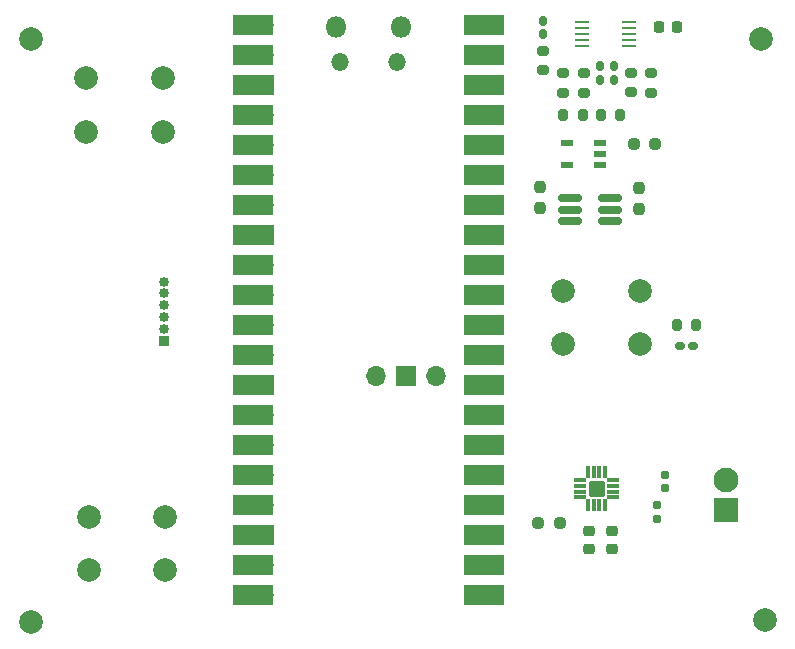
<source format=gbr>
%TF.GenerationSoftware,KiCad,Pcbnew,8.0.6*%
%TF.CreationDate,2024-11-19T20:55:52-06:00*%
%TF.ProjectId,speaker,73706561-6b65-4722-9e6b-696361645f70,rev?*%
%TF.SameCoordinates,Original*%
%TF.FileFunction,Soldermask,Top*%
%TF.FilePolarity,Negative*%
%FSLAX46Y46*%
G04 Gerber Fmt 4.6, Leading zero omitted, Abs format (unit mm)*
G04 Created by KiCad (PCBNEW 8.0.6) date 2024-11-19 20:55:52*
%MOMM*%
%LPD*%
G01*
G04 APERTURE LIST*
G04 Aperture macros list*
%AMRoundRect*
0 Rectangle with rounded corners*
0 $1 Rounding radius*
0 $2 $3 $4 $5 $6 $7 $8 $9 X,Y pos of 4 corners*
0 Add a 4 corners polygon primitive as box body*
4,1,4,$2,$3,$4,$5,$6,$7,$8,$9,$2,$3,0*
0 Add four circle primitives for the rounded corners*
1,1,$1+$1,$2,$3*
1,1,$1+$1,$4,$5*
1,1,$1+$1,$6,$7*
1,1,$1+$1,$8,$9*
0 Add four rect primitives between the rounded corners*
20,1,$1+$1,$2,$3,$4,$5,0*
20,1,$1+$1,$4,$5,$6,$7,0*
20,1,$1+$1,$6,$7,$8,$9,0*
20,1,$1+$1,$8,$9,$2,$3,0*%
G04 Aperture macros list end*
%ADD10R,0.977900X0.508000*%
%ADD11RoundRect,0.155000X-0.155000X0.212500X-0.155000X-0.212500X0.155000X-0.212500X0.155000X0.212500X0*%
%ADD12RoundRect,0.237500X0.250000X0.237500X-0.250000X0.237500X-0.250000X-0.237500X0.250000X-0.237500X0*%
%ADD13RoundRect,0.155000X0.155000X-0.212500X0.155000X0.212500X-0.155000X0.212500X-0.155000X-0.212500X0*%
%ADD14RoundRect,0.160000X0.160000X-0.222500X0.160000X0.222500X-0.160000X0.222500X-0.160000X-0.222500X0*%
%ADD15RoundRect,0.200000X-0.275000X0.200000X-0.275000X-0.200000X0.275000X-0.200000X0.275000X0.200000X0*%
%ADD16C,2.000000*%
%ADD17RoundRect,0.160000X0.222500X0.160000X-0.222500X0.160000X-0.222500X-0.160000X0.222500X-0.160000X0*%
%ADD18O,1.800000X1.800000*%
%ADD19O,1.500000X1.500000*%
%ADD20O,1.700000X1.700000*%
%ADD21R,3.500000X1.700000*%
%ADD22R,1.700000X1.700000*%
%ADD23RoundRect,0.200000X0.275000X-0.200000X0.275000X0.200000X-0.275000X0.200000X-0.275000X-0.200000X0*%
%ADD24RoundRect,0.225000X-0.225000X-0.250000X0.225000X-0.250000X0.225000X0.250000X-0.225000X0.250000X0*%
%ADD25R,2.100000X2.100000*%
%ADD26C,2.100000*%
%ADD27RoundRect,0.237500X-0.237500X0.250000X-0.237500X-0.250000X0.237500X-0.250000X0.237500X0.250000X0*%
%ADD28RoundRect,0.225000X-0.250000X0.225000X-0.250000X-0.225000X0.250000X-0.225000X0.250000X0.225000X0*%
%ADD29R,1.219200X0.279400*%
%ADD30RoundRect,0.200000X-0.200000X-0.275000X0.200000X-0.275000X0.200000X0.275000X-0.200000X0.275000X0*%
%ADD31RoundRect,0.200000X0.200000X0.275000X-0.200000X0.275000X-0.200000X-0.275000X0.200000X-0.275000X0*%
%ADD32R,0.850000X0.850000*%
%ADD33O,0.850000X0.850000*%
%ADD34RoundRect,0.010386X-0.447714X-0.162714X0.447714X-0.162714X0.447714X0.162714X-0.447714X0.162714X0*%
%ADD35RoundRect,0.010386X0.162714X-0.447714X0.162714X0.447714X-0.162714X0.447714X-0.162714X-0.447714X0*%
%ADD36RoundRect,0.102000X-0.550000X-0.550000X0.550000X-0.550000X0.550000X0.550000X-0.550000X0.550000X0*%
%ADD37RoundRect,0.237500X0.237500X-0.250000X0.237500X0.250000X-0.237500X0.250000X-0.237500X-0.250000X0*%
%ADD38RoundRect,0.162500X-0.837500X-0.162500X0.837500X-0.162500X0.837500X0.162500X-0.837500X0.162500X0*%
G04 APERTURE END LIST*
D10*
%TO.C,U2*%
X129165250Y-75700001D03*
X129165250Y-74750000D03*
X129165250Y-73799999D03*
X126434750Y-73799999D03*
X126434750Y-75700001D03*
%TD*%
D11*
%TO.C,C1*%
X134000000Y-104500000D03*
X134000000Y-105635000D03*
%TD*%
D12*
%TO.C,R5*%
X133862500Y-73900000D03*
X132037500Y-73900000D03*
%TD*%
D13*
%TO.C,C5*%
X134700000Y-103067500D03*
X134700000Y-101932500D03*
%TD*%
D12*
%TO.C,R3*%
X125812500Y-106000000D03*
X123987500Y-106000000D03*
%TD*%
D14*
%TO.C,D2*%
X130400000Y-68472501D03*
X130400000Y-67327499D03*
%TD*%
D15*
%TO.C,RT2*%
X127800000Y-67925000D03*
X127800000Y-69575000D03*
%TD*%
D16*
%TO.C,H4*%
X143150000Y-114200000D03*
%TD*%
D17*
%TO.C,D4*%
X137072501Y-91000000D03*
X135927499Y-91000000D03*
%TD*%
D18*
%TO.C,U1*%
X106885000Y-63960000D03*
D19*
X107185000Y-66990000D03*
X112035000Y-66990000D03*
D18*
X112335000Y-63960000D03*
D20*
X100720000Y-63830000D03*
D21*
X99820000Y-63830000D03*
D20*
X100720000Y-66370000D03*
D21*
X99820000Y-66370000D03*
D22*
X100720000Y-68910000D03*
D21*
X99820000Y-68910000D03*
D20*
X100720000Y-71450000D03*
D21*
X99820000Y-71450000D03*
D20*
X100720000Y-73990000D03*
D21*
X99820000Y-73990000D03*
D20*
X100720000Y-76530000D03*
D21*
X99820000Y-76530000D03*
D20*
X100720000Y-79070000D03*
D21*
X99820000Y-79070000D03*
D22*
X100720000Y-81610000D03*
D21*
X99820000Y-81610000D03*
D20*
X100720000Y-84150000D03*
D21*
X99820000Y-84150000D03*
D20*
X100720000Y-86690000D03*
D21*
X99820000Y-86690000D03*
D20*
X100720000Y-89230000D03*
D21*
X99820000Y-89230000D03*
D20*
X100720000Y-91770000D03*
D21*
X99820000Y-91770000D03*
D22*
X100720000Y-94310000D03*
D21*
X99820000Y-94310000D03*
D20*
X100720000Y-96850000D03*
D21*
X99820000Y-96850000D03*
D20*
X100720000Y-99390000D03*
D21*
X99820000Y-99390000D03*
D20*
X100720000Y-101930000D03*
D21*
X99820000Y-101930000D03*
D20*
X100720000Y-104470000D03*
D21*
X99820000Y-104470000D03*
D22*
X100720000Y-107010000D03*
D21*
X99820000Y-107010000D03*
D20*
X100720000Y-109550000D03*
D21*
X99820000Y-109550000D03*
D20*
X100720000Y-112090000D03*
D21*
X99820000Y-112090000D03*
D20*
X118500000Y-112090000D03*
D21*
X119400000Y-112090000D03*
D20*
X118500000Y-109550000D03*
D21*
X119400000Y-109550000D03*
D22*
X118500000Y-107010000D03*
D21*
X119400000Y-107010000D03*
D20*
X118500000Y-104470000D03*
D21*
X119400000Y-104470000D03*
D20*
X118500000Y-101930000D03*
D21*
X119400000Y-101930000D03*
D20*
X118500000Y-99390000D03*
D21*
X119400000Y-99390000D03*
D20*
X118500000Y-96850000D03*
D21*
X119400000Y-96850000D03*
D22*
X118500000Y-94310000D03*
D21*
X119400000Y-94310000D03*
D20*
X118500000Y-91770000D03*
D21*
X119400000Y-91770000D03*
D20*
X118500000Y-89230000D03*
D21*
X119400000Y-89230000D03*
D20*
X118500000Y-86690000D03*
D21*
X119400000Y-86690000D03*
D20*
X118500000Y-84150000D03*
D21*
X119400000Y-84150000D03*
D22*
X118500000Y-81610000D03*
D21*
X119400000Y-81610000D03*
D20*
X118500000Y-79070000D03*
D21*
X119400000Y-79070000D03*
D20*
X118500000Y-76530000D03*
D21*
X119400000Y-76530000D03*
D20*
X118500000Y-73990000D03*
D21*
X119400000Y-73990000D03*
D20*
X118500000Y-71450000D03*
D21*
X119400000Y-71450000D03*
D22*
X118500000Y-68910000D03*
D21*
X119400000Y-68910000D03*
D20*
X118500000Y-66370000D03*
D21*
X119400000Y-66370000D03*
D20*
X118500000Y-63830000D03*
D21*
X119400000Y-63830000D03*
D20*
X110194100Y-93560000D03*
D22*
X112734100Y-93560000D03*
D20*
X115274100Y-93560000D03*
%TD*%
D23*
%TO.C,R_Stat2_LED1*%
X133500000Y-69575000D03*
X133500000Y-67925000D03*
%TD*%
D24*
%TO.C,C2*%
X134200000Y-64000000D03*
X135750000Y-64000000D03*
%TD*%
D16*
%TO.C,On_Off1*%
X132550000Y-90850000D03*
X126050000Y-90850000D03*
X132550000Y-86350000D03*
X126050000Y-86350000D03*
%TD*%
D15*
%TO.C,R2*%
X126100000Y-67925000D03*
X126100000Y-69575000D03*
%TD*%
D25*
%TO.C,J3*%
X139850000Y-104850000D03*
D26*
X139850000Y-102310000D03*
%TD*%
D27*
%TO.C,R6*%
X124150000Y-77537500D03*
X124150000Y-79362500D03*
%TD*%
D28*
%TO.C,C3*%
X128277600Y-106668400D03*
X128277600Y-108218400D03*
%TD*%
D29*
%TO.C,U5*%
X127691000Y-63599999D03*
X127691000Y-64100001D03*
X127691000Y-64600000D03*
X127691000Y-65099999D03*
X127691000Y-65600001D03*
X131678800Y-65600001D03*
X131678800Y-65099999D03*
X131678800Y-64600000D03*
X131678800Y-64100001D03*
X131678800Y-63599999D03*
%TD*%
D14*
%TO.C,D3*%
X129200000Y-68472501D03*
X129200000Y-67327499D03*
%TD*%
D16*
%TO.C,Vol_up1*%
X92200000Y-72850000D03*
X85700000Y-72850000D03*
X92200000Y-68350000D03*
X85700000Y-68350000D03*
%TD*%
D30*
%TO.C,RT1*%
X129250000Y-71450000D03*
X130900000Y-71450000D03*
%TD*%
D31*
%TO.C,R1*%
X127725000Y-71450000D03*
X126075000Y-71450000D03*
%TD*%
D16*
%TO.C,H3*%
X81050000Y-114350000D03*
%TD*%
D32*
%TO.C,J1*%
X92275000Y-90550000D03*
D33*
X92275000Y-89550000D03*
X92275000Y-88549999D03*
X92275000Y-87550000D03*
X92275000Y-86550000D03*
X92275000Y-85550000D03*
%TD*%
D28*
%TO.C,C4*%
X130233400Y-106668400D03*
X130233400Y-108218400D03*
%TD*%
D14*
%TO.C,D1*%
X124350000Y-64622500D03*
X124350000Y-63477500D03*
%TD*%
D16*
%TO.C,H1*%
X81000600Y-64998600D03*
%TD*%
D23*
%TO.C,R_Stat1_LED1*%
X131800000Y-69525000D03*
X131800000Y-67875000D03*
%TD*%
D34*
%TO.C,U3*%
X127465000Y-102325000D03*
X127465000Y-102825000D03*
X127465000Y-103325000D03*
X127465000Y-103825000D03*
D35*
X128150000Y-104510000D03*
X128650000Y-104510000D03*
X129150000Y-104510000D03*
X129650000Y-104510000D03*
D34*
X130335000Y-103825000D03*
X130335000Y-103325000D03*
X130335000Y-102825000D03*
X130335000Y-102325000D03*
D35*
X129650000Y-101640000D03*
X129150000Y-101640000D03*
X128650000Y-101640000D03*
X128150000Y-101640000D03*
D36*
X128900000Y-103075000D03*
%TD*%
D37*
%TO.C,R4*%
X132500000Y-79412500D03*
X132500000Y-77587500D03*
%TD*%
D31*
%TO.C,R_POWER_LED1*%
X137325000Y-89250000D03*
X135675000Y-89250000D03*
%TD*%
D16*
%TO.C,Vol_down1*%
X85900000Y-105450000D03*
X92400000Y-105450000D03*
X85900000Y-109950000D03*
X92400000Y-109950000D03*
%TD*%
D15*
%TO.C,R_PG_LED1*%
X124400000Y-66000000D03*
X124400000Y-67650000D03*
%TD*%
D38*
%TO.C,U4*%
X126640000Y-78500000D03*
X126640000Y-79450000D03*
X126640000Y-80400000D03*
X130060000Y-80400000D03*
X130060000Y-79450000D03*
X130060000Y-78500000D03*
%TD*%
D16*
%TO.C,H2*%
X142849600Y-64973200D03*
%TD*%
M02*

</source>
